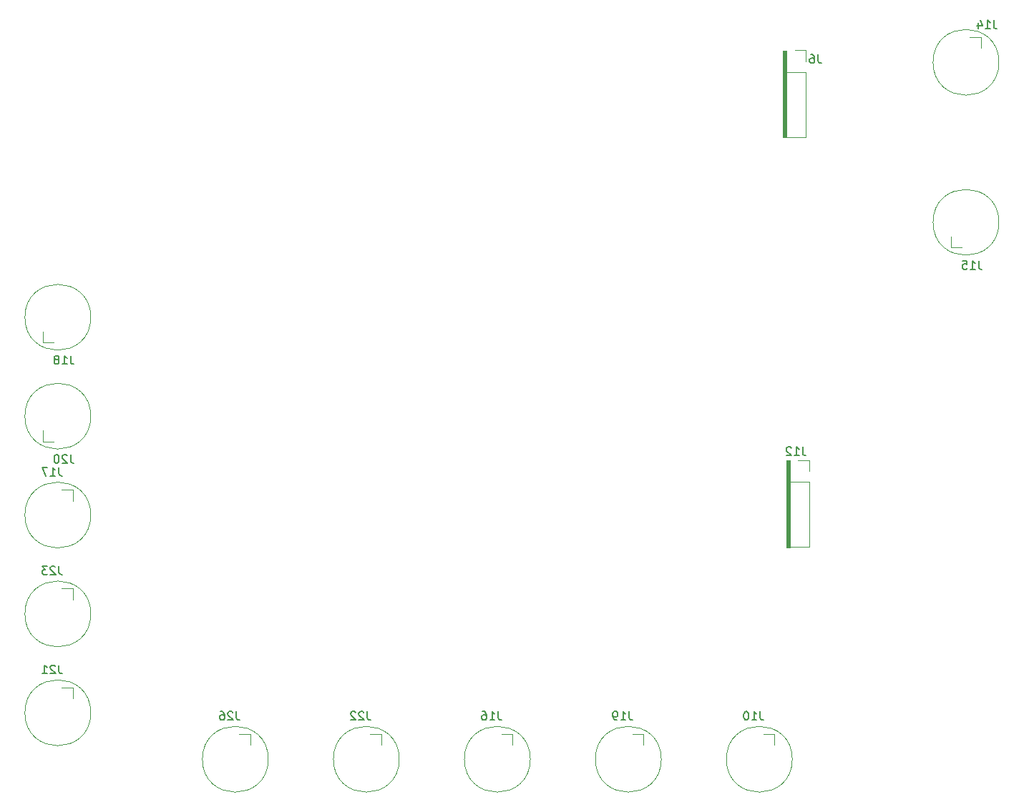
<source format=gbr>
G04 #@! TF.GenerationSoftware,KiCad,Pcbnew,(5.1.5-0-10_14)*
G04 #@! TF.CreationDate,2020-04-28T18:14:51+02:00*
G04 #@! TF.ProjectId,Main_Board_v1_1,4d61696e-5f42-46f6-9172-645f76315f31,rev?*
G04 #@! TF.SameCoordinates,Original*
G04 #@! TF.FileFunction,Legend,Bot*
G04 #@! TF.FilePolarity,Positive*
%FSLAX46Y46*%
G04 Gerber Fmt 4.6, Leading zero omitted, Abs format (unit mm)*
G04 Created by KiCad (PCBNEW (5.1.5-0-10_14)) date 2020-04-28 18:14:51*
%MOMM*%
%LPD*%
G04 APERTURE LIST*
%ADD10C,0.120000*%
%ADD11C,0.100000*%
%ADD12C,0.150000*%
G04 APERTURE END LIST*
D10*
X145607854Y-42119383D02*
G75*
G03X145607854Y-42119383I-3900000J0D01*
G01*
X143507854Y-39119383D02*
X142177854Y-39119383D01*
X143507854Y-40449383D02*
X143507854Y-39119383D01*
X38157854Y-72319383D02*
G75*
G03X38157854Y-72319383I-3900000J0D01*
G01*
X32457854Y-75319383D02*
X33787854Y-75319383D01*
X32457854Y-73989383D02*
X32457854Y-75319383D01*
X59157854Y-124669383D02*
G75*
G03X59157854Y-124669383I-3900000J0D01*
G01*
X57057854Y-121669383D02*
X55727854Y-121669383D01*
X57057854Y-122999383D02*
X57057854Y-121669383D01*
X38157854Y-107456883D02*
G75*
G03X38157854Y-107456883I-3900000J0D01*
G01*
X36057854Y-104456883D02*
X34727854Y-104456883D01*
X36057854Y-105786883D02*
X36057854Y-104456883D01*
X74657854Y-124669383D02*
G75*
G03X74657854Y-124669383I-3900000J0D01*
G01*
X72557854Y-121669383D02*
X71227854Y-121669383D01*
X72557854Y-122999383D02*
X72557854Y-121669383D01*
X38157854Y-119169383D02*
G75*
G03X38157854Y-119169383I-3900000J0D01*
G01*
X36057854Y-116169383D02*
X34727854Y-116169383D01*
X36057854Y-117499383D02*
X36057854Y-116169383D01*
X38157854Y-84031883D02*
G75*
G03X38157854Y-84031883I-3900000J0D01*
G01*
X32457854Y-87031883D02*
X33787854Y-87031883D01*
X32457854Y-85701883D02*
X32457854Y-87031883D01*
X105657854Y-124669383D02*
G75*
G03X105657854Y-124669383I-3900000J0D01*
G01*
X103557854Y-121669383D02*
X102227854Y-121669383D01*
X103557854Y-122999383D02*
X103557854Y-121669383D01*
X38157854Y-95744383D02*
G75*
G03X38157854Y-95744383I-3900000J0D01*
G01*
X36057854Y-92744383D02*
X34727854Y-92744383D01*
X36057854Y-94074383D02*
X36057854Y-92744383D01*
X90157854Y-124669383D02*
G75*
G03X90157854Y-124669383I-3900000J0D01*
G01*
X88057854Y-121669383D02*
X86727854Y-121669383D01*
X88057854Y-122999383D02*
X88057854Y-121669383D01*
X145607854Y-61069383D02*
G75*
G03X145607854Y-61069383I-3900000J0D01*
G01*
X139907854Y-64069383D02*
X141237854Y-64069383D01*
X139907854Y-62739383D02*
X139907854Y-64069383D01*
D11*
G36*
X120457854Y-99569383D02*
G01*
X120857854Y-99569383D01*
X120857854Y-89269383D01*
X120457854Y-89269383D01*
X120457854Y-99569383D01*
G37*
X120457854Y-99569383D02*
X120857854Y-99569383D01*
X120857854Y-89269383D01*
X120457854Y-89269383D01*
X120457854Y-99569383D01*
G36*
X120557854Y-99469383D02*
G01*
X120757854Y-99469383D01*
X120757854Y-89269383D01*
X120557854Y-89269383D01*
X120557854Y-99469383D01*
G37*
X120557854Y-99469383D02*
X120757854Y-99469383D01*
X120757854Y-89269383D01*
X120557854Y-89269383D01*
X120557854Y-99469383D01*
D10*
X123187854Y-89239383D02*
X121857854Y-89239383D01*
X123187854Y-90569383D02*
X123187854Y-89239383D01*
X123187854Y-91839383D02*
X120527854Y-91839383D01*
X120527854Y-91839383D02*
X120527854Y-99519383D01*
X123187854Y-91839383D02*
X123187854Y-99519383D01*
X123187854Y-99519383D02*
X120527854Y-99519383D01*
X121157854Y-124669383D02*
G75*
G03X121157854Y-124669383I-3900000J0D01*
G01*
X119057854Y-121669383D02*
X117727854Y-121669383D01*
X119057854Y-122999383D02*
X119057854Y-121669383D01*
D11*
G36*
X120057854Y-51019383D02*
G01*
X120457854Y-51019383D01*
X120457854Y-40719383D01*
X120057854Y-40719383D01*
X120057854Y-51019383D01*
G37*
X120057854Y-51019383D02*
X120457854Y-51019383D01*
X120457854Y-40719383D01*
X120057854Y-40719383D01*
X120057854Y-51019383D01*
G36*
X120157854Y-50919383D02*
G01*
X120357854Y-50919383D01*
X120357854Y-40719383D01*
X120157854Y-40719383D01*
X120157854Y-50919383D01*
G37*
X120157854Y-50919383D02*
X120357854Y-50919383D01*
X120357854Y-40719383D01*
X120157854Y-40719383D01*
X120157854Y-50919383D01*
D10*
X122787854Y-40689383D02*
X121457854Y-40689383D01*
X122787854Y-42019383D02*
X122787854Y-40689383D01*
X122787854Y-43289383D02*
X120127854Y-43289383D01*
X120127854Y-43289383D02*
X120127854Y-50969383D01*
X122787854Y-43289383D02*
X122787854Y-50969383D01*
X122787854Y-50969383D02*
X120127854Y-50969383D01*
D12*
X145007377Y-37147763D02*
X145007377Y-37862049D01*
X145054996Y-38004906D01*
X145150234Y-38100144D01*
X145293092Y-38147763D01*
X145388330Y-38147763D01*
X144007377Y-38147763D02*
X144578806Y-38147763D01*
X144293092Y-38147763D02*
X144293092Y-37147763D01*
X144388330Y-37290621D01*
X144483568Y-37385859D01*
X144578806Y-37433478D01*
X143150234Y-37481097D02*
X143150234Y-38147763D01*
X143388330Y-37100144D02*
X143626425Y-37814430D01*
X143007377Y-37814430D01*
X35767377Y-76871763D02*
X35767377Y-77586049D01*
X35814996Y-77728906D01*
X35910234Y-77824144D01*
X36053092Y-77871763D01*
X36148330Y-77871763D01*
X34767377Y-77871763D02*
X35338806Y-77871763D01*
X35053092Y-77871763D02*
X35053092Y-76871763D01*
X35148330Y-77014621D01*
X35243568Y-77109859D01*
X35338806Y-77157478D01*
X34195949Y-77300335D02*
X34291187Y-77252716D01*
X34338806Y-77205097D01*
X34386425Y-77109859D01*
X34386425Y-77062240D01*
X34338806Y-76967002D01*
X34291187Y-76919383D01*
X34195949Y-76871763D01*
X34005473Y-76871763D01*
X33910234Y-76919383D01*
X33862615Y-76967002D01*
X33814996Y-77062240D01*
X33814996Y-77109859D01*
X33862615Y-77205097D01*
X33910234Y-77252716D01*
X34005473Y-77300335D01*
X34195949Y-77300335D01*
X34291187Y-77347954D01*
X34338806Y-77395573D01*
X34386425Y-77490811D01*
X34386425Y-77681287D01*
X34338806Y-77776525D01*
X34291187Y-77824144D01*
X34195949Y-77871763D01*
X34005473Y-77871763D01*
X33910234Y-77824144D01*
X33862615Y-77776525D01*
X33814996Y-77681287D01*
X33814996Y-77490811D01*
X33862615Y-77395573D01*
X33910234Y-77347954D01*
X34005473Y-77300335D01*
X55367377Y-119021763D02*
X55367377Y-119736049D01*
X55414996Y-119878906D01*
X55510234Y-119974144D01*
X55653092Y-120021763D01*
X55748330Y-120021763D01*
X54938806Y-119117002D02*
X54891187Y-119069383D01*
X54795949Y-119021763D01*
X54557854Y-119021763D01*
X54462615Y-119069383D01*
X54414996Y-119117002D01*
X54367377Y-119212240D01*
X54367377Y-119307478D01*
X54414996Y-119450335D01*
X54986425Y-120021763D01*
X54367377Y-120021763D01*
X53510234Y-119021763D02*
X53700711Y-119021763D01*
X53795949Y-119069383D01*
X53843568Y-119117002D01*
X53938806Y-119259859D01*
X53986425Y-119450335D01*
X53986425Y-119831287D01*
X53938806Y-119926525D01*
X53891187Y-119974144D01*
X53795949Y-120021763D01*
X53605473Y-120021763D01*
X53510234Y-119974144D01*
X53462615Y-119926525D01*
X53414996Y-119831287D01*
X53414996Y-119593192D01*
X53462615Y-119497954D01*
X53510234Y-119450335D01*
X53605473Y-119402716D01*
X53795949Y-119402716D01*
X53891187Y-119450335D01*
X53938806Y-119497954D01*
X53986425Y-119593192D01*
X34367377Y-101809263D02*
X34367377Y-102523549D01*
X34414996Y-102666406D01*
X34510234Y-102761644D01*
X34653092Y-102809263D01*
X34748330Y-102809263D01*
X33938806Y-101904502D02*
X33891187Y-101856883D01*
X33795949Y-101809263D01*
X33557854Y-101809263D01*
X33462615Y-101856883D01*
X33414996Y-101904502D01*
X33367377Y-101999740D01*
X33367377Y-102094978D01*
X33414996Y-102237835D01*
X33986425Y-102809263D01*
X33367377Y-102809263D01*
X33034044Y-101809263D02*
X32414996Y-101809263D01*
X32748330Y-102190216D01*
X32605473Y-102190216D01*
X32510234Y-102237835D01*
X32462615Y-102285454D01*
X32414996Y-102380692D01*
X32414996Y-102618787D01*
X32462615Y-102714025D01*
X32510234Y-102761644D01*
X32605473Y-102809263D01*
X32891187Y-102809263D01*
X32986425Y-102761644D01*
X33034044Y-102714025D01*
X70867377Y-119021763D02*
X70867377Y-119736049D01*
X70914996Y-119878906D01*
X71010234Y-119974144D01*
X71153092Y-120021763D01*
X71248330Y-120021763D01*
X70438806Y-119117002D02*
X70391187Y-119069383D01*
X70295949Y-119021763D01*
X70057854Y-119021763D01*
X69962615Y-119069383D01*
X69914996Y-119117002D01*
X69867377Y-119212240D01*
X69867377Y-119307478D01*
X69914996Y-119450335D01*
X70486425Y-120021763D01*
X69867377Y-120021763D01*
X69486425Y-119117002D02*
X69438806Y-119069383D01*
X69343568Y-119021763D01*
X69105473Y-119021763D01*
X69010234Y-119069383D01*
X68962615Y-119117002D01*
X68914996Y-119212240D01*
X68914996Y-119307478D01*
X68962615Y-119450335D01*
X69534044Y-120021763D01*
X68914996Y-120021763D01*
X34367377Y-113521763D02*
X34367377Y-114236049D01*
X34414996Y-114378906D01*
X34510234Y-114474144D01*
X34653092Y-114521763D01*
X34748330Y-114521763D01*
X33938806Y-113617002D02*
X33891187Y-113569383D01*
X33795949Y-113521763D01*
X33557854Y-113521763D01*
X33462615Y-113569383D01*
X33414996Y-113617002D01*
X33367377Y-113712240D01*
X33367377Y-113807478D01*
X33414996Y-113950335D01*
X33986425Y-114521763D01*
X33367377Y-114521763D01*
X32414996Y-114521763D02*
X32986425Y-114521763D01*
X32700711Y-114521763D02*
X32700711Y-113521763D01*
X32795949Y-113664621D01*
X32891187Y-113759859D01*
X32986425Y-113807478D01*
X35767377Y-88584263D02*
X35767377Y-89298549D01*
X35814996Y-89441406D01*
X35910234Y-89536644D01*
X36053092Y-89584263D01*
X36148330Y-89584263D01*
X35338806Y-88679502D02*
X35291187Y-88631883D01*
X35195949Y-88584263D01*
X34957854Y-88584263D01*
X34862615Y-88631883D01*
X34814996Y-88679502D01*
X34767377Y-88774740D01*
X34767377Y-88869978D01*
X34814996Y-89012835D01*
X35386425Y-89584263D01*
X34767377Y-89584263D01*
X34148330Y-88584263D02*
X34053092Y-88584263D01*
X33957854Y-88631883D01*
X33910234Y-88679502D01*
X33862615Y-88774740D01*
X33814996Y-88965216D01*
X33814996Y-89203311D01*
X33862615Y-89393787D01*
X33910234Y-89489025D01*
X33957854Y-89536644D01*
X34053092Y-89584263D01*
X34148330Y-89584263D01*
X34243568Y-89536644D01*
X34291187Y-89489025D01*
X34338806Y-89393787D01*
X34386425Y-89203311D01*
X34386425Y-88965216D01*
X34338806Y-88774740D01*
X34291187Y-88679502D01*
X34243568Y-88631883D01*
X34148330Y-88584263D01*
X101867377Y-119021763D02*
X101867377Y-119736049D01*
X101914996Y-119878906D01*
X102010234Y-119974144D01*
X102153092Y-120021763D01*
X102248330Y-120021763D01*
X100867377Y-120021763D02*
X101438806Y-120021763D01*
X101153092Y-120021763D02*
X101153092Y-119021763D01*
X101248330Y-119164621D01*
X101343568Y-119259859D01*
X101438806Y-119307478D01*
X100391187Y-120021763D02*
X100200711Y-120021763D01*
X100105473Y-119974144D01*
X100057854Y-119926525D01*
X99962615Y-119783668D01*
X99914996Y-119593192D01*
X99914996Y-119212240D01*
X99962615Y-119117002D01*
X100010234Y-119069383D01*
X100105473Y-119021763D01*
X100295949Y-119021763D01*
X100391187Y-119069383D01*
X100438806Y-119117002D01*
X100486425Y-119212240D01*
X100486425Y-119450335D01*
X100438806Y-119545573D01*
X100391187Y-119593192D01*
X100295949Y-119640811D01*
X100105473Y-119640811D01*
X100010234Y-119593192D01*
X99962615Y-119545573D01*
X99914996Y-119450335D01*
X34367377Y-90096763D02*
X34367377Y-90811049D01*
X34414996Y-90953906D01*
X34510234Y-91049144D01*
X34653092Y-91096763D01*
X34748330Y-91096763D01*
X33367377Y-91096763D02*
X33938806Y-91096763D01*
X33653092Y-91096763D02*
X33653092Y-90096763D01*
X33748330Y-90239621D01*
X33843568Y-90334859D01*
X33938806Y-90382478D01*
X33034044Y-90096763D02*
X32367377Y-90096763D01*
X32795949Y-91096763D01*
X86367377Y-119021763D02*
X86367377Y-119736049D01*
X86414996Y-119878906D01*
X86510234Y-119974144D01*
X86653092Y-120021763D01*
X86748330Y-120021763D01*
X85367377Y-120021763D02*
X85938806Y-120021763D01*
X85653092Y-120021763D02*
X85653092Y-119021763D01*
X85748330Y-119164621D01*
X85843568Y-119259859D01*
X85938806Y-119307478D01*
X84510234Y-119021763D02*
X84700711Y-119021763D01*
X84795949Y-119069383D01*
X84843568Y-119117002D01*
X84938806Y-119259859D01*
X84986425Y-119450335D01*
X84986425Y-119831287D01*
X84938806Y-119926525D01*
X84891187Y-119974144D01*
X84795949Y-120021763D01*
X84605473Y-120021763D01*
X84510234Y-119974144D01*
X84462615Y-119926525D01*
X84414996Y-119831287D01*
X84414996Y-119593192D01*
X84462615Y-119497954D01*
X84510234Y-119450335D01*
X84605473Y-119402716D01*
X84795949Y-119402716D01*
X84891187Y-119450335D01*
X84938806Y-119497954D01*
X84986425Y-119593192D01*
X143217377Y-65621763D02*
X143217377Y-66336049D01*
X143264996Y-66478906D01*
X143360234Y-66574144D01*
X143503092Y-66621763D01*
X143598330Y-66621763D01*
X142217377Y-66621763D02*
X142788806Y-66621763D01*
X142503092Y-66621763D02*
X142503092Y-65621763D01*
X142598330Y-65764621D01*
X142693568Y-65859859D01*
X142788806Y-65907478D01*
X141312615Y-65621763D02*
X141788806Y-65621763D01*
X141836425Y-66097954D01*
X141788806Y-66050335D01*
X141693568Y-66002716D01*
X141455473Y-66002716D01*
X141360234Y-66050335D01*
X141312615Y-66097954D01*
X141264996Y-66193192D01*
X141264996Y-66431287D01*
X141312615Y-66526525D01*
X141360234Y-66574144D01*
X141455473Y-66621763D01*
X141693568Y-66621763D01*
X141788806Y-66574144D01*
X141836425Y-66526525D01*
X122401377Y-87693763D02*
X122401377Y-88408049D01*
X122448996Y-88550906D01*
X122544234Y-88646144D01*
X122687092Y-88693763D01*
X122782330Y-88693763D01*
X121401377Y-88693763D02*
X121972806Y-88693763D01*
X121687092Y-88693763D02*
X121687092Y-87693763D01*
X121782330Y-87836621D01*
X121877568Y-87931859D01*
X121972806Y-87979478D01*
X121020425Y-87789002D02*
X120972806Y-87741383D01*
X120877568Y-87693763D01*
X120639473Y-87693763D01*
X120544234Y-87741383D01*
X120496615Y-87789002D01*
X120448996Y-87884240D01*
X120448996Y-87979478D01*
X120496615Y-88122335D01*
X121068044Y-88693763D01*
X120448996Y-88693763D01*
X117367377Y-119021763D02*
X117367377Y-119736049D01*
X117414996Y-119878906D01*
X117510234Y-119974144D01*
X117653092Y-120021763D01*
X117748330Y-120021763D01*
X116367377Y-120021763D02*
X116938806Y-120021763D01*
X116653092Y-120021763D02*
X116653092Y-119021763D01*
X116748330Y-119164621D01*
X116843568Y-119259859D01*
X116938806Y-119307478D01*
X115748330Y-119021763D02*
X115653092Y-119021763D01*
X115557854Y-119069383D01*
X115510234Y-119117002D01*
X115462615Y-119212240D01*
X115414996Y-119402716D01*
X115414996Y-119640811D01*
X115462615Y-119831287D01*
X115510234Y-119926525D01*
X115557854Y-119974144D01*
X115653092Y-120021763D01*
X115748330Y-120021763D01*
X115843568Y-119974144D01*
X115891187Y-119926525D01*
X115938806Y-119831287D01*
X115986425Y-119640811D01*
X115986425Y-119402716D01*
X115938806Y-119212240D01*
X115891187Y-119117002D01*
X115843568Y-119069383D01*
X115748330Y-119021763D01*
X124211187Y-41211763D02*
X124211187Y-41926049D01*
X124258806Y-42068906D01*
X124354044Y-42164144D01*
X124496901Y-42211763D01*
X124592139Y-42211763D01*
X123306425Y-41211763D02*
X123496901Y-41211763D01*
X123592139Y-41259383D01*
X123639758Y-41307002D01*
X123734996Y-41449859D01*
X123782615Y-41640335D01*
X123782615Y-42021287D01*
X123734996Y-42116525D01*
X123687377Y-42164144D01*
X123592139Y-42211763D01*
X123401663Y-42211763D01*
X123306425Y-42164144D01*
X123258806Y-42116525D01*
X123211187Y-42021287D01*
X123211187Y-41783192D01*
X123258806Y-41687954D01*
X123306425Y-41640335D01*
X123401663Y-41592716D01*
X123592139Y-41592716D01*
X123687377Y-41640335D01*
X123734996Y-41687954D01*
X123782615Y-41783192D01*
M02*

</source>
